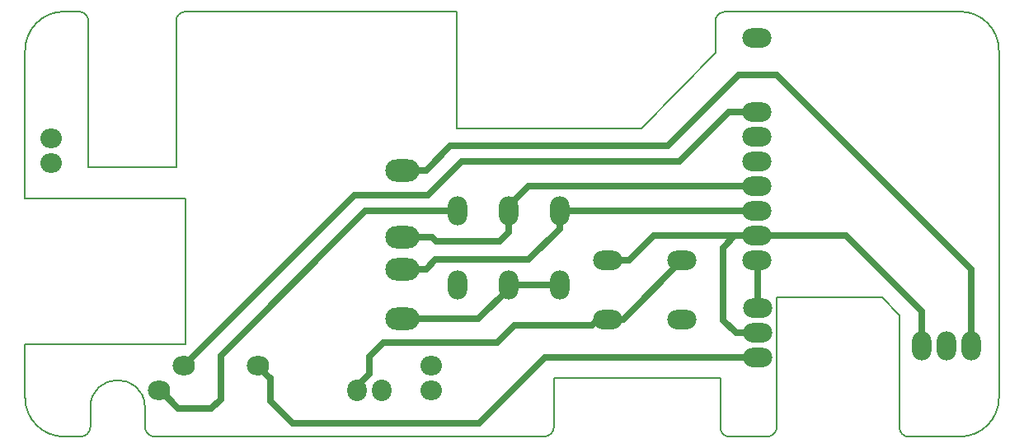
<source format=gtl>
%TF.GenerationSoftware,KiCad,Pcbnew,(5.0.0)*%
%TF.CreationDate,2019-07-16T15:39:35+02:00*%
%TF.ProjectId,Gnu_Vario_E_V1.10,476E755F566172696F5F455F56312E31,V 1.10*%
%TF.SameCoordinates,Original*%
%TF.FileFunction,Copper,L1,Top,Signal*%
%TF.FilePolarity,Positive*%
%FSLAX46Y46*%
G04 Gerber Fmt 4.6, Leading zero omitted, Abs format (unit mm)*
G04 Created by KiCad (PCBNEW (5.0.0)) date 07/16/19 15:39:35*
%MOMM*%
%LPD*%
G01*
G04 APERTURE LIST*
%ADD10C,0.150000*%
%ADD11O,2.000000X3.000000*%
%ADD12O,2.200000X2.000000*%
%ADD13O,2.300000X2.000000*%
%ADD14O,2.000000X2.200000*%
%ADD15O,3.000000X2.000000*%
%ADD16O,3.500000X2.300000*%
%ADD17C,0.700000*%
G04 APERTURE END LIST*
D10*
X162700000Y-95300000D02*
X173500000Y-95300000D01*
X162700000Y-108600000D02*
G75*
G02X161700000Y-109600000I-1000000J0D01*
G01*
X176200000Y-109600000D02*
G75*
G02X175300000Y-108700000I0J900000D01*
G01*
X175300000Y-97100000D02*
X175300000Y-108700000D01*
X173500000Y-95300000D02*
X175300000Y-97100000D01*
X162700000Y-95300000D02*
X162700000Y-108600000D01*
X157800000Y-109600000D02*
G75*
G02X156900000Y-108700000I0J900000D01*
G01*
X85500000Y-69900000D02*
X85500000Y-85100000D01*
X102000000Y-100100000D02*
X85500000Y-100100000D01*
X102000000Y-85100000D02*
X102000000Y-100100000D01*
X101000000Y-85100000D02*
X102000000Y-85100000D01*
X101000000Y-85100000D02*
X85500000Y-85100000D01*
X148800000Y-77900000D02*
X156400000Y-70100000D01*
X129800000Y-77900000D02*
X148800000Y-77900000D01*
X129800000Y-65900000D02*
X129800000Y-77900000D01*
X157800000Y-109600000D02*
X161700000Y-109600000D01*
X175700000Y-65900000D02*
X162400000Y-65900000D01*
X162400000Y-65900000D02*
X157400000Y-65900000D01*
X156402857Y-66600886D02*
G75*
G02X157400000Y-65900000I952331J-295115D01*
G01*
X156400000Y-66600000D02*
X156400000Y-70100000D01*
X98800000Y-109600000D02*
G75*
G02X97800000Y-108600000I0J1000000D01*
G01*
X92198215Y-108600000D02*
G75*
G02X91198215Y-109600000I-1000000J0D01*
G01*
X92198215Y-106600000D02*
G75*
G02X97800000Y-106500000I2801785J0D01*
G01*
X97800000Y-108600000D02*
X97800000Y-106500000D01*
X92200000Y-108600000D02*
X92198215Y-106600000D01*
X139800000Y-108600000D02*
G75*
G02X138800000Y-109600000I-1000000J0D01*
G01*
X101000000Y-66900000D02*
G75*
G02X102000000Y-65900000I1000000J0D01*
G01*
X91000000Y-65900000D02*
G75*
G02X92000000Y-66900000I0J-1000000D01*
G01*
X85500000Y-69900000D02*
G75*
G02X89500000Y-65900000I4000000J0D01*
G01*
X89500000Y-109600000D02*
G75*
G02X85500000Y-105600000I0J4000000D01*
G01*
X185500000Y-105600000D02*
G75*
G02X181500000Y-109600000I-4000000J0D01*
G01*
X181500000Y-65900000D02*
G75*
G02X185500000Y-69900000I0J-4000000D01*
G01*
X156900000Y-103600000D02*
X139800000Y-103600000D01*
X139800000Y-103600000D02*
X139800000Y-108600000D01*
X156900000Y-108700000D02*
X156900000Y-103600000D01*
X138800000Y-109600000D02*
X98800000Y-109600000D01*
X181500000Y-109600000D02*
X176200000Y-109600000D01*
X185500000Y-69900000D02*
X185500000Y-105600000D01*
X175700000Y-65900000D02*
X181500000Y-65900000D01*
X102000000Y-65900000D02*
X129800000Y-65900000D01*
X101000000Y-81900000D02*
X101000000Y-66900000D01*
X92000000Y-81900000D02*
X101000000Y-81900000D01*
X92000000Y-66900000D02*
X92000000Y-81900000D01*
X89500000Y-65900000D02*
X91000000Y-65900000D01*
X85500000Y-105600000D02*
X85500000Y-100100000D01*
X91200000Y-109600000D02*
X89500000Y-109600000D01*
D11*
X177580000Y-100240000D03*
X180120000Y-100240000D03*
X182660000Y-100240000D03*
D12*
X127184546Y-102334532D03*
X127184546Y-104874532D03*
D13*
X99244546Y-104884532D03*
D14*
X122104546Y-104874532D03*
X119564546Y-104874532D03*
D13*
X109404546Y-102334532D03*
X101784546Y-102334532D03*
D12*
X88200000Y-81500000D03*
X88200000Y-78960000D03*
D15*
X160700000Y-98960000D03*
X160700000Y-101500000D03*
X160700000Y-96420000D03*
X160660000Y-68600000D03*
X160660000Y-76220000D03*
X160660000Y-83840000D03*
X160660000Y-78760000D03*
X160660000Y-81300000D03*
X160660000Y-91460000D03*
X160660000Y-88920000D03*
X160660000Y-86380000D03*
X152950000Y-97570000D03*
X145330000Y-97570000D03*
D11*
X140390000Y-94040000D03*
X140390000Y-86420000D03*
X135130000Y-94040000D03*
X135130000Y-86420000D03*
X129870000Y-94040000D03*
X129870000Y-86420000D03*
D15*
X152950000Y-91510000D03*
X145330000Y-91510000D03*
D16*
X124210000Y-97470000D03*
X124210000Y-92390000D03*
X124200000Y-89060000D03*
X124210000Y-82230000D03*
D17*
X140390000Y-94040000D02*
X135130000Y-94040000D01*
X135130000Y-94390000D02*
X135130000Y-94040000D01*
X132050000Y-97470000D02*
X135130000Y-94390000D01*
X124210000Y-97470000D02*
X132050000Y-97470000D01*
X135130000Y-88620000D02*
X135130000Y-86420000D01*
X134230000Y-89520000D02*
X135130000Y-88620000D01*
X127750000Y-89520000D02*
X134230000Y-89520000D01*
X127290000Y-89060000D02*
X127750000Y-89520000D01*
X124200000Y-89060000D02*
X127290000Y-89060000D01*
X135130000Y-85920000D02*
X135130000Y-86420000D01*
X137210000Y-83840000D02*
X135130000Y-85920000D01*
X160660000Y-83840000D02*
X137210000Y-83840000D01*
X160500000Y-96220000D02*
X160700000Y-96420000D01*
X122104546Y-104874532D02*
X122204546Y-104874532D01*
X160700000Y-96420000D02*
X160700000Y-91580000D01*
X145920000Y-86420000D02*
X160500000Y-86420000D01*
X145920000Y-86420000D02*
X140390000Y-86420000D01*
X140390000Y-88210000D02*
X140390000Y-86420000D01*
X137200000Y-91400000D02*
X140390000Y-88210000D01*
X127650000Y-91400000D02*
X137200000Y-91400000D01*
X126660000Y-92390000D02*
X124210000Y-92390000D01*
X127650000Y-91400000D02*
X126660000Y-92390000D01*
X146890000Y-97570000D02*
X145330000Y-97570000D01*
X152950000Y-91510000D02*
X146890000Y-97570000D01*
X144310000Y-97570000D02*
X145330000Y-97570000D01*
X143700000Y-98180000D02*
X144310000Y-97570000D01*
X135730000Y-98180000D02*
X143700000Y-98180000D01*
X119564546Y-104405454D02*
X120830000Y-103140000D01*
X119564546Y-104874532D02*
X119564546Y-104405454D01*
X120830000Y-103140000D02*
X120830000Y-101400000D01*
X120830000Y-101400000D02*
X122330000Y-99900000D01*
X122330000Y-99900000D02*
X134010000Y-99900000D01*
X134010000Y-99900000D02*
X135730000Y-98180000D01*
X120460000Y-86420000D02*
X105580000Y-101300000D01*
X129870000Y-86420000D02*
X120460000Y-86420000D01*
X99394546Y-104884532D02*
X99244546Y-104884532D01*
X105580000Y-101300000D02*
X105580000Y-105750000D01*
X104620000Y-106710000D02*
X101220014Y-106710000D01*
X105580000Y-105750000D02*
X104620000Y-106710000D01*
X101220014Y-106710000D02*
X99394546Y-104884532D01*
X160620000Y-76260000D02*
X160660000Y-76220000D01*
X152715998Y-81330000D02*
X157785998Y-76260000D01*
X130360000Y-81330000D02*
X152715998Y-81330000D01*
X128580000Y-83110000D02*
X130360000Y-81330000D01*
X118669088Y-85449990D02*
X118670010Y-85449990D01*
X101784546Y-102334532D02*
X118669088Y-85449990D01*
X118670010Y-85449990D02*
X119320000Y-84800000D01*
X119320000Y-84800000D02*
X126880000Y-84800000D01*
X157785998Y-76260000D02*
X160620000Y-76260000D01*
X126880000Y-84800000D02*
X128570000Y-83110000D01*
X128570000Y-83110000D02*
X128580000Y-83110000D01*
X160700000Y-101500000D02*
X138850000Y-101500000D01*
X138050000Y-102300000D02*
X138040000Y-102300000D01*
X138850000Y-101500000D02*
X138050000Y-102300000D01*
X110554547Y-103484533D02*
X110554547Y-103494547D01*
X132150000Y-108200000D02*
X138050000Y-102300000D01*
X109404546Y-102334532D02*
X110554547Y-103484533D01*
X110554547Y-103494547D02*
X110670000Y-103610000D01*
X110670000Y-103610000D02*
X110670000Y-105910000D01*
X110670000Y-105910000D02*
X112960000Y-108200000D01*
X112960000Y-108200000D02*
X132150000Y-108200000D01*
X182660000Y-96740000D02*
X182660000Y-100240000D01*
X126660000Y-82230000D02*
X129190000Y-79700000D01*
X124210000Y-82230000D02*
X126660000Y-82230000D01*
X182660000Y-92410000D02*
X182660000Y-96740000D01*
X129190000Y-79700000D02*
X151500000Y-79700000D01*
X151500000Y-79700000D02*
X158800000Y-72400000D01*
X158800000Y-72400000D02*
X162650000Y-72400000D01*
X162650000Y-72400000D02*
X182660000Y-92410000D01*
X159073655Y-98960000D02*
X160700000Y-98960000D01*
X150080000Y-88960000D02*
X151930000Y-88960000D01*
X147530000Y-91510000D02*
X150080000Y-88960000D01*
X145330000Y-91510000D02*
X147530000Y-91510000D01*
X151930000Y-88960000D02*
X151450000Y-88960000D01*
X157200000Y-90160000D02*
X158400000Y-88960000D01*
X157200000Y-97660000D02*
X157200000Y-90160000D01*
X158500000Y-98960000D02*
X157200000Y-97660000D01*
X160700000Y-98960000D02*
X158500000Y-98960000D01*
X158400000Y-88960000D02*
X151930000Y-88960000D01*
X177580000Y-96740000D02*
X177580000Y-100240000D01*
X158400000Y-88960000D02*
X169800000Y-88960000D01*
X169800000Y-88960000D02*
X177580000Y-96740000D01*
M02*

</source>
